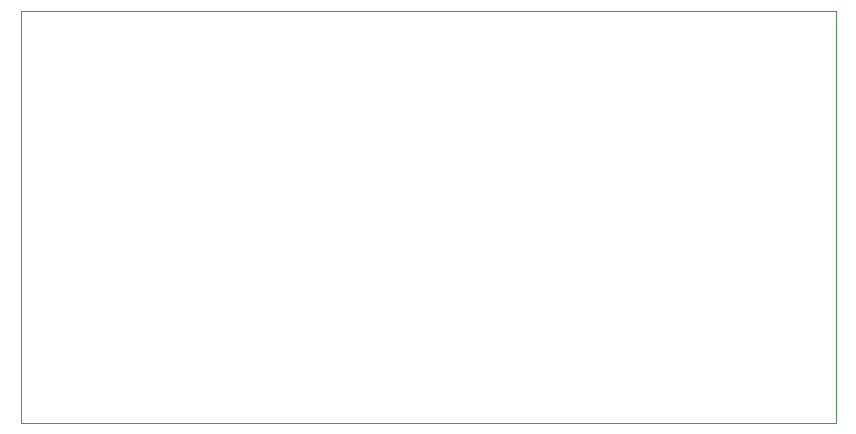
<source format=gbr>
%TF.GenerationSoftware,KiCad,Pcbnew,5.1.12*%
%TF.CreationDate,2022-01-03T10:53:03+01:00*%
%TF.ProjectId,diy-schematics,6469792d-7363-4686-956d-61746963732e,rev?*%
%TF.SameCoordinates,Original*%
%TF.FileFunction,Profile,NP*%
%FSLAX46Y46*%
G04 Gerber Fmt 4.6, Leading zero omitted, Abs format (unit mm)*
G04 Created by KiCad (PCBNEW 5.1.12) date 2022-01-03 10:53:03*
%MOMM*%
%LPD*%
G01*
G04 APERTURE LIST*
%TA.AperFunction,Profile*%
%ADD10C,0.050000*%
%TD*%
G04 APERTURE END LIST*
D10*
X28000000Y-198000000D02*
X97000000Y-198000000D01*
X97028000Y-163068000D02*
X28000000Y-163068000D01*
X28000000Y-163068000D02*
X28000000Y-198000000D01*
X97000000Y-198000000D02*
X97028000Y-163068000D01*
M02*

</source>
